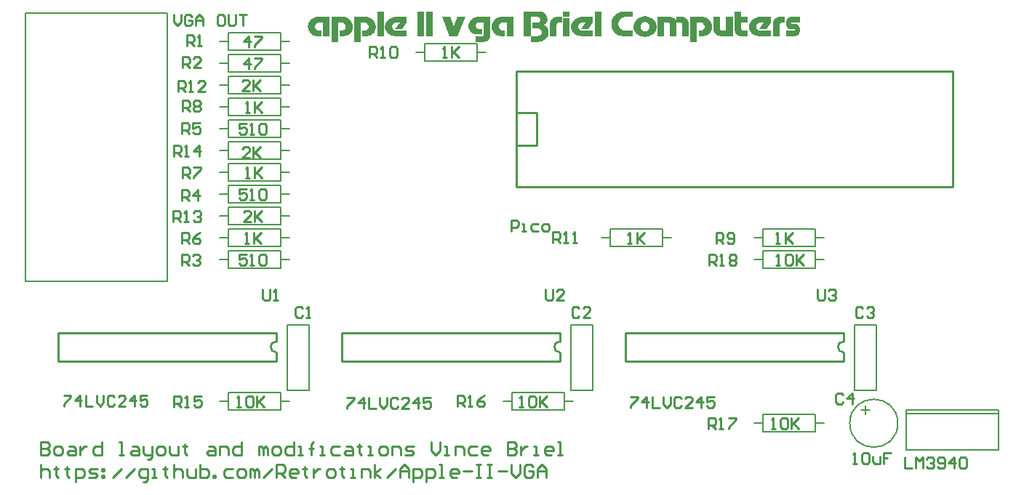
<source format=gto>
%FSLAX23Y23*%
%MOIN*%
G70*
G01*
G75*
G04 Layer_Color=65535*
%ADD10R,0.050X0.300*%
%ADD11C,0.008*%
%ADD12C,0.015*%
%ADD13C,0.030*%
%ADD14C,0.065*%
G04:AMPARAMS|DCode=15|XSize=450mil|YSize=400mil|CornerRadius=20mil|HoleSize=0mil|Usage=FLASHONLY|Rotation=0.000|XOffset=0mil|YOffset=0mil|HoleType=Round|Shape=RoundedRectangle|*
%AMROUNDEDRECTD15*
21,1,0.450,0.360,0,0,0.0*
21,1,0.410,0.400,0,0,0.0*
1,1,0.040,0.205,-0.180*
1,1,0.040,-0.205,-0.180*
1,1,0.040,-0.205,0.180*
1,1,0.040,0.205,0.180*
%
%ADD15ROUNDEDRECTD15*%
%ADD16R,0.063X0.063*%
%ADD17C,0.063*%
%ADD18C,0.059*%
%ADD19R,0.059X0.059*%
%ADD20C,0.066*%
%ADD21C,0.188*%
%ADD22R,0.065X0.065*%
%ADD23O,0.050X0.100*%
%ADD24R,0.050X0.100*%
%ADD25C,0.032*%
%ADD26C,0.050*%
%ADD27C,0.008*%
%ADD28C,0.010*%
G36*
X4328Y3375D02*
X4298D01*
Y3489D01*
X4328D01*
Y3375D01*
D02*
G37*
G36*
X4143D02*
X4113D01*
Y3489D01*
X4143D01*
Y3375D01*
D02*
G37*
G36*
X4066Y3463D02*
X4067D01*
X4069Y3463D01*
X4070Y3463D01*
X4073Y3462D01*
X4075Y3462D01*
X4077Y3461D01*
X4079Y3460D01*
X4082Y3459D01*
X4084Y3458D01*
X4087Y3456D01*
X4089Y3454D01*
X4092Y3452D01*
X4094Y3450D01*
X4094Y3450D01*
X4095Y3449D01*
X4095Y3449D01*
X4096Y3448D01*
X4097Y3447D01*
X4098Y3445D01*
X4099Y3443D01*
X4100Y3441D01*
X4101Y3439D01*
X4102Y3437D01*
X4104Y3434D01*
X4105Y3431D01*
X4105Y3428D01*
X4106Y3425D01*
X4106Y3422D01*
X4106Y3418D01*
Y3418D01*
Y3418D01*
X4106Y3417D01*
Y3415D01*
X4106Y3414D01*
X4106Y3412D01*
X4105Y3410D01*
X4105Y3408D01*
X4104Y3405D01*
X4103Y3403D01*
X4102Y3400D01*
X4101Y3398D01*
X4100Y3395D01*
X4098Y3392D01*
X4096Y3390D01*
X4094Y3387D01*
X4094Y3387D01*
X4093Y3387D01*
X4093Y3386D01*
X4092Y3386D01*
X4091Y3385D01*
X4089Y3383D01*
X4087Y3382D01*
X4086Y3381D01*
X4083Y3380D01*
X4081Y3379D01*
X4079Y3378D01*
X4076Y3377D01*
X4073Y3376D01*
X4070Y3376D01*
X4067Y3375D01*
X4064Y3375D01*
X4045D01*
Y3401D01*
X4054D01*
X4055Y3401D01*
X4056Y3401D01*
X4058Y3401D01*
X4060Y3402D01*
X4063Y3403D01*
X4065Y3404D01*
X4068Y3406D01*
X4068Y3406D01*
X4068Y3406D01*
X4069Y3407D01*
X4070Y3409D01*
X4072Y3411D01*
X4073Y3413D01*
X4073Y3415D01*
X4073Y3418D01*
Y3418D01*
Y3418D01*
Y3419D01*
X4073Y3419D01*
X4073Y3421D01*
X4073Y3423D01*
X4072Y3425D01*
X4071Y3427D01*
X4070Y3429D01*
X4068Y3431D01*
X4068Y3432D01*
X4067Y3432D01*
X4066Y3433D01*
X4064Y3435D01*
X4062Y3436D01*
X4059Y3437D01*
X4056Y3437D01*
X4053Y3437D01*
X4038D01*
Y3349D01*
X4008D01*
Y3463D01*
X4065D01*
X4066Y3463D01*
D02*
G37*
G36*
X4960Y3437D02*
X4948D01*
X4946Y3437D01*
X4945Y3437D01*
X4944Y3436D01*
X4942Y3436D01*
X4940Y3435D01*
X4939Y3433D01*
X4938Y3433D01*
X4938Y3432D01*
X4937Y3432D01*
X4937Y3430D01*
X4936Y3429D01*
X4935Y3427D01*
X4935Y3425D01*
X4935Y3423D01*
Y3375D01*
X4905D01*
Y3430D01*
Y3430D01*
Y3431D01*
Y3432D01*
X4905Y3433D01*
X4905Y3434D01*
X4905Y3435D01*
X4905Y3437D01*
X4906Y3438D01*
X4907Y3442D01*
X4907Y3444D01*
X4908Y3446D01*
X4909Y3448D01*
X4910Y3450D01*
X4912Y3452D01*
X4913Y3454D01*
X4913Y3454D01*
X4914Y3454D01*
X4914Y3455D01*
X4915Y3455D01*
X4916Y3456D01*
X4917Y3457D01*
X4918Y3457D01*
X4919Y3459D01*
X4922Y3460D01*
X4926Y3462D01*
X4928Y3462D01*
X4930Y3463D01*
X4932Y3463D01*
X4935Y3463D01*
X4960D01*
Y3437D01*
D02*
G37*
G36*
X4736Y3375D02*
X4706D01*
Y3437D01*
X4688D01*
X4686Y3437D01*
X4684Y3437D01*
X4682Y3436D01*
X4680Y3435D01*
X4678Y3434D01*
X4676Y3432D01*
X4675Y3432D01*
X4675Y3432D01*
X4674Y3430D01*
X4673Y3429D01*
X4672Y3427D01*
X4671Y3425D01*
X4671Y3422D01*
X4670Y3419D01*
Y3419D01*
Y3419D01*
Y3419D01*
X4670Y3418D01*
X4671Y3416D01*
X4671Y3415D01*
X4672Y3413D01*
X4673Y3410D01*
X4674Y3408D01*
X4676Y3406D01*
X4676Y3406D01*
X4677Y3405D01*
X4678Y3404D01*
X4680Y3403D01*
X4682Y3402D01*
X4684Y3402D01*
X4687Y3401D01*
X4690Y3401D01*
X4699D01*
Y3375D01*
X4680D01*
X4679Y3375D01*
X4678D01*
X4676Y3375D01*
X4674Y3376D01*
X4672Y3376D01*
X4670Y3377D01*
X4668Y3377D01*
X4666Y3378D01*
X4663Y3379D01*
X4661Y3381D01*
X4658Y3382D01*
X4655Y3384D01*
X4653Y3386D01*
X4650Y3389D01*
X4650Y3389D01*
X4650Y3389D01*
X4649Y3390D01*
X4648Y3391D01*
X4647Y3392D01*
X4646Y3394D01*
X4645Y3396D01*
X4644Y3398D01*
X4643Y3400D01*
X4642Y3402D01*
X4640Y3405D01*
X4639Y3407D01*
X4639Y3410D01*
X4638Y3413D01*
X4638Y3416D01*
X4637Y3420D01*
Y3420D01*
Y3420D01*
X4638Y3421D01*
Y3423D01*
X4638Y3424D01*
X4638Y3426D01*
X4638Y3428D01*
X4639Y3430D01*
X4640Y3432D01*
X4640Y3435D01*
X4641Y3437D01*
X4643Y3440D01*
X4644Y3442D01*
X4646Y3445D01*
X4647Y3448D01*
X4650Y3450D01*
X4650Y3450D01*
X4650Y3451D01*
X4651Y3451D01*
X4652Y3452D01*
X4653Y3453D01*
X4655Y3454D01*
X4656Y3455D01*
X4658Y3457D01*
X4660Y3458D01*
X4663Y3459D01*
X4665Y3460D01*
X4668Y3461D01*
X4671Y3462D01*
X4674Y3463D01*
X4677Y3463D01*
X4680Y3463D01*
X4736D01*
Y3375D01*
D02*
G37*
G36*
X4366D02*
X4336D01*
Y3489D01*
X4366D01*
Y3375D01*
D02*
G37*
G36*
X3961Y3463D02*
X3963D01*
X3964Y3463D01*
X3966Y3463D01*
X3968Y3462D01*
X3970Y3462D01*
X3972Y3461D01*
X3974Y3460D01*
X3977Y3459D01*
X3979Y3458D01*
X3982Y3456D01*
X3984Y3454D01*
X3987Y3452D01*
X3989Y3450D01*
X3989Y3450D01*
X3990Y3449D01*
X3990Y3449D01*
X3991Y3448D01*
X3992Y3447D01*
X3993Y3445D01*
X3994Y3443D01*
X3995Y3441D01*
X3997Y3439D01*
X3998Y3437D01*
X3999Y3434D01*
X4000Y3431D01*
X4000Y3428D01*
X4001Y3425D01*
X4001Y3422D01*
X4002Y3418D01*
Y3418D01*
Y3418D01*
X4001Y3417D01*
Y3415D01*
X4001Y3414D01*
X4001Y3412D01*
X4001Y3410D01*
X4000Y3408D01*
X3999Y3405D01*
X3999Y3403D01*
X3998Y3400D01*
X3996Y3398D01*
X3995Y3395D01*
X3993Y3392D01*
X3991Y3390D01*
X3989Y3387D01*
X3989Y3387D01*
X3989Y3387D01*
X3988Y3386D01*
X3987Y3386D01*
X3986Y3385D01*
X3984Y3383D01*
X3983Y3382D01*
X3981Y3381D01*
X3979Y3380D01*
X3976Y3379D01*
X3974Y3378D01*
X3971Y3377D01*
X3968Y3376D01*
X3965Y3376D01*
X3962Y3375D01*
X3959Y3375D01*
X3940D01*
Y3401D01*
X3949D01*
X3950Y3401D01*
X3951Y3401D01*
X3953Y3401D01*
X3956Y3402D01*
X3958Y3403D01*
X3960Y3404D01*
X3963Y3406D01*
X3963Y3406D01*
X3964Y3406D01*
X3965Y3407D01*
X3966Y3409D01*
X3967Y3411D01*
X3968Y3413D01*
X3968Y3415D01*
X3969Y3418D01*
Y3418D01*
Y3418D01*
Y3419D01*
X3968Y3419D01*
X3968Y3421D01*
X3968Y3423D01*
X3967Y3425D01*
X3966Y3427D01*
X3965Y3429D01*
X3963Y3431D01*
X3963Y3432D01*
X3962Y3432D01*
X3961Y3433D01*
X3959Y3435D01*
X3957Y3436D01*
X3954Y3437D01*
X3951Y3437D01*
X3948Y3437D01*
X3933D01*
Y3349D01*
X3903D01*
Y3463D01*
X3960D01*
X3961Y3463D01*
D02*
G37*
G36*
X5343Y3466D02*
X5344D01*
X5346Y3466D01*
X5348Y3466D01*
X5351Y3465D01*
X5353Y3465D01*
X5356Y3464D01*
X5359Y3463D01*
X5362Y3462D01*
X5365Y3461D01*
X5368Y3459D01*
X5371Y3457D01*
X5374Y3456D01*
X5377Y3453D01*
X5377Y3453D01*
X5378Y3453D01*
X5379Y3452D01*
X5380Y3451D01*
X5381Y3449D01*
X5382Y3448D01*
X5384Y3446D01*
X5386Y3444D01*
X5387Y3441D01*
X5389Y3439D01*
X5390Y3436D01*
X5391Y3433D01*
X5392Y3430D01*
X5393Y3426D01*
X5394Y3423D01*
X5394Y3419D01*
Y3419D01*
Y3418D01*
X5394Y3417D01*
X5394Y3416D01*
X5393Y3414D01*
X5393Y3412D01*
X5393Y3410D01*
X5392Y3407D01*
X5391Y3404D01*
X5390Y3402D01*
X5389Y3399D01*
X5387Y3396D01*
X5385Y3393D01*
X5383Y3390D01*
X5380Y3387D01*
X5377Y3385D01*
X5377Y3385D01*
X5377Y3384D01*
X5376Y3384D01*
X5375Y3383D01*
X5373Y3382D01*
X5372Y3381D01*
X5369Y3380D01*
X5367Y3378D01*
X5365Y3377D01*
X5362Y3376D01*
X5359Y3375D01*
X5356Y3374D01*
X5352Y3373D01*
X5348Y3373D01*
X5345Y3372D01*
X5341Y3372D01*
X5340D01*
X5339Y3372D01*
X5337D01*
X5335Y3372D01*
X5333Y3373D01*
X5331Y3373D01*
X5328Y3374D01*
X5325Y3374D01*
X5322Y3375D01*
X5319Y3376D01*
X5316Y3377D01*
X5313Y3379D01*
X5310Y3381D01*
X5307Y3383D01*
X5304Y3385D01*
X5304Y3385D01*
X5303Y3385D01*
X5302Y3386D01*
X5301Y3387D01*
X5300Y3389D01*
X5299Y3390D01*
X5297Y3392D01*
X5296Y3394D01*
X5294Y3396D01*
X5293Y3399D01*
X5291Y3402D01*
X5290Y3405D01*
X5289Y3408D01*
X5288Y3412D01*
X5288Y3415D01*
X5288Y3419D01*
Y3419D01*
Y3420D01*
X5288Y3421D01*
X5288Y3422D01*
X5288Y3424D01*
X5288Y3426D01*
X5289Y3428D01*
X5290Y3431D01*
X5291Y3433D01*
X5292Y3436D01*
X5293Y3439D01*
X5295Y3442D01*
X5296Y3445D01*
X5299Y3448D01*
X5301Y3451D01*
X5304Y3453D01*
X5304Y3453D01*
X5305Y3454D01*
X5306Y3454D01*
X5307Y3455D01*
X5308Y3456D01*
X5310Y3457D01*
X5312Y3459D01*
X5315Y3460D01*
X5317Y3461D01*
X5320Y3462D01*
X5323Y3463D01*
X5326Y3464D01*
X5330Y3465D01*
X5333Y3466D01*
X5337Y3466D01*
X5341Y3466D01*
X5342D01*
X5343Y3466D01*
D02*
G37*
G36*
X4860Y3489D02*
X4861Y3489D01*
X4863Y3488D01*
X4864Y3488D01*
X4866Y3488D01*
X4868Y3487D01*
X4870Y3487D01*
X4872Y3486D01*
X4874Y3485D01*
X4876Y3484D01*
X4879Y3482D01*
X4881Y3481D01*
X4883Y3479D01*
X4883Y3479D01*
X4883Y3478D01*
X4884Y3478D01*
X4884Y3477D01*
X4885Y3476D01*
X4886Y3475D01*
X4887Y3473D01*
X4888Y3472D01*
X4889Y3470D01*
X4890Y3468D01*
X4891Y3466D01*
X4892Y3464D01*
X4892Y3462D01*
X4893Y3459D01*
X4893Y3457D01*
X4893Y3454D01*
Y3454D01*
Y3454D01*
Y3453D01*
Y3453D01*
X4893Y3451D01*
X4893Y3449D01*
X4893Y3447D01*
X4892Y3444D01*
X4891Y3441D01*
X4890Y3439D01*
Y3439D01*
X4889Y3438D01*
X4889Y3437D01*
X4888Y3436D01*
X4886Y3434D01*
X4885Y3432D01*
X4882Y3431D01*
X4880Y3428D01*
X4876Y3427D01*
X4877D01*
X4877Y3426D01*
X4877Y3426D01*
X4878Y3426D01*
X4879Y3425D01*
X4880Y3425D01*
X4883Y3423D01*
X4886Y3422D01*
X4888Y3419D01*
X4891Y3416D01*
X4893Y3415D01*
X4894Y3413D01*
Y3413D01*
X4894Y3412D01*
X4894Y3412D01*
X4895Y3411D01*
X4895Y3410D01*
X4896Y3409D01*
X4896Y3408D01*
X4897Y3407D01*
X4898Y3404D01*
X4898Y3400D01*
X4899Y3396D01*
X4899Y3392D01*
Y3392D01*
Y3392D01*
X4899Y3391D01*
X4899Y3390D01*
X4899Y3388D01*
X4899Y3387D01*
X4898Y3385D01*
X4898Y3382D01*
X4897Y3380D01*
X4896Y3378D01*
X4895Y3375D01*
X4893Y3373D01*
X4891Y3370D01*
X4889Y3368D01*
X4887Y3365D01*
X4885Y3363D01*
X4884Y3362D01*
X4884Y3362D01*
X4883Y3361D01*
X4882Y3360D01*
X4881Y3359D01*
X4879Y3358D01*
X4877Y3357D01*
X4875Y3356D01*
X4873Y3355D01*
X4870Y3354D01*
X4868Y3352D01*
X4865Y3351D01*
X4862Y3351D01*
X4859Y3350D01*
X4855Y3350D01*
X4852Y3349D01*
X4816D01*
Y3375D01*
X4785D01*
Y3489D01*
X4859D01*
X4860Y3489D01*
D02*
G37*
G36*
X4631Y3383D02*
Y3382D01*
Y3382D01*
Y3381D01*
X4631Y3380D01*
Y3379D01*
X4631Y3378D01*
X4631Y3376D01*
X4630Y3374D01*
X4630Y3370D01*
X4628Y3366D01*
X4627Y3363D01*
X4625Y3361D01*
X4624Y3359D01*
X4624Y3359D01*
X4624Y3359D01*
X4623Y3358D01*
X4623Y3358D01*
X4622Y3357D01*
X4621Y3356D01*
X4620Y3355D01*
X4619Y3354D01*
X4617Y3353D01*
X4616Y3352D01*
X4614Y3352D01*
X4612Y3351D01*
X4610Y3350D01*
X4608Y3350D01*
X4605Y3350D01*
X4603Y3349D01*
X4564D01*
Y3375D01*
X4595D01*
X4595Y3375D01*
X4596Y3375D01*
X4597Y3376D01*
X4598Y3376D01*
X4599Y3377D01*
X4599Y3377D01*
X4599Y3378D01*
X4599Y3378D01*
X4600Y3379D01*
X4600Y3379D01*
X4601Y3380D01*
X4601Y3381D01*
X4601Y3383D01*
Y3437D01*
X4577D01*
X4576Y3437D01*
X4575Y3437D01*
X4573Y3436D01*
X4571Y3436D01*
X4570Y3435D01*
X4568Y3433D01*
X4568Y3433D01*
X4568Y3432D01*
X4567Y3432D01*
X4566Y3430D01*
X4566Y3429D01*
X4565Y3427D01*
X4564Y3425D01*
X4564Y3423D01*
Y3422D01*
Y3422D01*
X4564Y3421D01*
X4565Y3419D01*
X4565Y3418D01*
X4566Y3416D01*
X4567Y3414D01*
X4568Y3412D01*
X4568Y3412D01*
X4569Y3412D01*
X4570Y3411D01*
X4571Y3410D01*
X4573Y3410D01*
X4574Y3409D01*
X4576Y3408D01*
X4578Y3408D01*
X4594D01*
Y3383D01*
X4571D01*
X4571Y3383D01*
X4569D01*
X4568Y3383D01*
X4566Y3383D01*
X4564Y3383D01*
X4562Y3384D01*
X4560Y3385D01*
X4558Y3385D01*
X4555Y3386D01*
X4553Y3387D01*
X4550Y3389D01*
X4548Y3390D01*
X4545Y3392D01*
X4543Y3394D01*
X4543Y3394D01*
X4543Y3394D01*
X4542Y3395D01*
X4541Y3396D01*
X4540Y3397D01*
X4539Y3398D01*
X4538Y3400D01*
X4537Y3402D01*
X4536Y3404D01*
X4535Y3406D01*
X4534Y3408D01*
X4533Y3411D01*
X4532Y3413D01*
X4532Y3416D01*
X4532Y3419D01*
X4531Y3422D01*
Y3422D01*
Y3423D01*
X4532Y3424D01*
Y3425D01*
X4532Y3426D01*
X4532Y3428D01*
X4532Y3430D01*
X4533Y3432D01*
X4534Y3434D01*
X4534Y3437D01*
X4535Y3439D01*
X4537Y3441D01*
X4538Y3444D01*
X4540Y3446D01*
X4541Y3449D01*
X4544Y3451D01*
X4544Y3451D01*
X4544Y3452D01*
X4545Y3452D01*
X4546Y3453D01*
X4547Y3454D01*
X4549Y3455D01*
X4550Y3456D01*
X4552Y3457D01*
X4554Y3458D01*
X4556Y3459D01*
X4559Y3460D01*
X4561Y3461D01*
X4564Y3462D01*
X4567Y3463D01*
X4570Y3463D01*
X4573Y3463D01*
X4631D01*
Y3383D01*
D02*
G37*
G36*
X3893Y3375D02*
X3863D01*
Y3437D01*
X3846D01*
X3844Y3437D01*
X3842Y3437D01*
X3840Y3436D01*
X3838Y3435D01*
X3835Y3434D01*
X3833Y3432D01*
X3833Y3432D01*
X3832Y3432D01*
X3832Y3430D01*
X3831Y3429D01*
X3830Y3427D01*
X3829Y3425D01*
X3828Y3422D01*
X3828Y3419D01*
Y3419D01*
Y3419D01*
Y3419D01*
X3828Y3418D01*
X3828Y3416D01*
X3829Y3415D01*
X3829Y3413D01*
X3830Y3410D01*
X3832Y3408D01*
X3833Y3406D01*
X3834Y3406D01*
X3834Y3405D01*
X3836Y3404D01*
X3837Y3403D01*
X3839Y3402D01*
X3842Y3402D01*
X3844Y3401D01*
X3847Y3401D01*
X3857D01*
Y3375D01*
X3837D01*
X3836Y3375D01*
X3835D01*
X3834Y3375D01*
X3832Y3376D01*
X3830Y3376D01*
X3828Y3377D01*
X3826Y3377D01*
X3823Y3378D01*
X3821Y3379D01*
X3818Y3381D01*
X3816Y3382D01*
X3813Y3384D01*
X3811Y3386D01*
X3808Y3389D01*
X3808Y3389D01*
X3807Y3389D01*
X3807Y3390D01*
X3806Y3391D01*
X3805Y3392D01*
X3804Y3394D01*
X3803Y3396D01*
X3802Y3398D01*
X3800Y3400D01*
X3799Y3402D01*
X3798Y3405D01*
X3797Y3407D01*
X3796Y3410D01*
X3796Y3413D01*
X3795Y3416D01*
X3795Y3420D01*
Y3420D01*
Y3420D01*
X3795Y3421D01*
Y3423D01*
X3795Y3424D01*
X3796Y3426D01*
X3796Y3428D01*
X3796Y3430D01*
X3797Y3432D01*
X3798Y3435D01*
X3799Y3437D01*
X3800Y3440D01*
X3802Y3442D01*
X3803Y3445D01*
X3805Y3448D01*
X3807Y3450D01*
X3807Y3450D01*
X3808Y3451D01*
X3809Y3451D01*
X3810Y3452D01*
X3811Y3453D01*
X3812Y3454D01*
X3814Y3455D01*
X3816Y3457D01*
X3818Y3458D01*
X3820Y3459D01*
X3823Y3460D01*
X3825Y3461D01*
X3828Y3462D01*
X3831Y3463D01*
X3835Y3463D01*
X3838Y3463D01*
X3893D01*
Y3375D01*
D02*
G37*
G36*
X4463Y3422D02*
X4482Y3463D01*
X4519D01*
X4480Y3375D01*
X4444D01*
X4411Y3463D01*
X4447D01*
X4463Y3422D01*
D02*
G37*
G36*
X6050Y3438D02*
X6025Y3438D01*
X6016D01*
X6015Y3437D01*
X6015D01*
X6014Y3437D01*
X6013Y3437D01*
X6012Y3437D01*
X6012Y3436D01*
X6012Y3436D01*
Y3436D01*
X6011Y3435D01*
X6012Y3434D01*
X6012Y3433D01*
X6012Y3433D01*
X6012Y3432D01*
X6013Y3432D01*
X6013Y3432D01*
X6014Y3432D01*
X6014Y3432D01*
X6015D01*
X6015Y3432D01*
X6016D01*
X6016Y3431D01*
X6018D01*
X6019Y3431D01*
X6022D01*
X6024Y3431D01*
X6031D01*
X6031Y3431D01*
X6032Y3431D01*
X6034Y3430D01*
X6036Y3430D01*
X6038Y3429D01*
X6040Y3428D01*
X6042Y3427D01*
X6044Y3425D01*
X6044Y3425D01*
X6045Y3424D01*
X6045Y3423D01*
X6046Y3422D01*
X6047Y3420D01*
X6048Y3418D01*
X6049Y3416D01*
X6050Y3413D01*
Y3413D01*
X6050Y3412D01*
X6050Y3412D01*
X6050Y3410D01*
Y3409D01*
X6050Y3408D01*
X6050Y3405D01*
Y3404D01*
Y3404D01*
Y3404D01*
Y3403D01*
Y3402D01*
X6050Y3400D01*
Y3399D01*
X6050Y3399D01*
X6050Y3397D01*
X6050Y3396D01*
X6049Y3394D01*
X6049Y3392D01*
X6048Y3390D01*
X6048Y3388D01*
Y3388D01*
X6047Y3388D01*
X6047Y3387D01*
X6047Y3386D01*
X6046Y3384D01*
X6045Y3383D01*
X6044Y3382D01*
X6042Y3380D01*
X6042Y3380D01*
X6041Y3380D01*
X6040Y3379D01*
X6039Y3378D01*
X6036Y3377D01*
X6035Y3377D01*
X6034Y3376D01*
X6032Y3376D01*
X6030Y3375D01*
X6028Y3375D01*
X6026Y3374D01*
X5989D01*
Y3401D01*
X6024D01*
X6025Y3401D01*
X6026Y3402D01*
X6027Y3402D01*
X6027Y3402D01*
X6028Y3403D01*
Y3403D01*
Y3403D01*
X6028Y3404D01*
X6028Y3405D01*
X6027Y3406D01*
X6027Y3406D01*
X6027Y3406D01*
X6026Y3406D01*
X6025Y3407D01*
X6023Y3407D01*
X6022Y3407D01*
X6016D01*
X6015Y3407D01*
X6013D01*
X6011Y3407D01*
X6009Y3407D01*
X6005Y3408D01*
X6003Y3408D01*
X6001Y3409D01*
X6000Y3409D01*
X5998Y3410D01*
X5997Y3410D01*
X5996Y3411D01*
X5996Y3411D01*
X5995Y3412D01*
X5994Y3413D01*
X5994Y3414D01*
X5993Y3415D01*
X5992Y3417D01*
X5991Y3418D01*
X5990Y3420D01*
Y3420D01*
X5990Y3421D01*
X5990Y3422D01*
X5989Y3423D01*
X5989Y3425D01*
X5989Y3427D01*
X5989Y3429D01*
X5988Y3432D01*
Y3432D01*
Y3432D01*
X5988Y3433D01*
Y3434D01*
Y3434D01*
Y3435D01*
X5988Y3437D01*
Y3439D01*
X5989Y3441D01*
X5989Y3445D01*
Y3445D01*
X5989Y3446D01*
X5989Y3447D01*
X5990Y3448D01*
X5990Y3450D01*
X5991Y3451D01*
X5992Y3453D01*
X5993Y3454D01*
X5993Y3455D01*
X5993Y3455D01*
X5994Y3456D01*
X5995Y3457D01*
X5996Y3458D01*
X5997Y3459D01*
X5998Y3460D01*
X6000Y3461D01*
X6000Y3461D01*
X6001Y3461D01*
X6002Y3462D01*
X6003Y3462D01*
X6005Y3463D01*
X6006Y3463D01*
X6008Y3463D01*
X6009Y3463D01*
X6011Y3464D01*
X6013Y3464D01*
X6015Y3464D01*
X6050D01*
Y3438D01*
D02*
G37*
G36*
X5102Y3437D02*
X5082Y3408D01*
X5047D01*
X5069Y3437D01*
X5052D01*
X5050Y3437D01*
X5048Y3437D01*
X5046Y3436D01*
X5044Y3435D01*
X5041Y3434D01*
X5039Y3432D01*
X5039Y3432D01*
X5038Y3432D01*
X5038Y3431D01*
X5037Y3429D01*
X5036Y3427D01*
X5035Y3425D01*
X5034Y3423D01*
X5034Y3420D01*
Y3420D01*
Y3419D01*
Y3419D01*
X5034Y3418D01*
X5034Y3417D01*
X5035Y3415D01*
X5035Y3413D01*
X5036Y3411D01*
X5038Y3408D01*
X5040Y3406D01*
X5040Y3406D01*
X5041Y3405D01*
X5042Y3404D01*
X5043Y3403D01*
X5045Y3402D01*
X5048Y3402D01*
X5050Y3401D01*
X5053Y3401D01*
X5102D01*
Y3375D01*
X5050D01*
X5049Y3375D01*
X5047D01*
X5046Y3375D01*
X5044Y3376D01*
X5041Y3376D01*
X5039Y3376D01*
X5036Y3377D01*
X5033Y3378D01*
X5031Y3379D01*
X5028Y3380D01*
X5025Y3381D01*
X5022Y3383D01*
X5019Y3385D01*
X5016Y3387D01*
X5016Y3387D01*
X5016Y3387D01*
X5015Y3388D01*
X5014Y3389D01*
X5013Y3390D01*
X5011Y3392D01*
X5010Y3394D01*
X5009Y3396D01*
X5007Y3398D01*
X5006Y3400D01*
X5005Y3403D01*
X5003Y3406D01*
X5002Y3409D01*
X5002Y3412D01*
X5001Y3416D01*
X5001Y3419D01*
Y3420D01*
Y3420D01*
X5001Y3421D01*
X5001Y3422D01*
X5002Y3424D01*
X5002Y3426D01*
X5002Y3428D01*
X5003Y3430D01*
X5004Y3432D01*
X5005Y3434D01*
X5006Y3437D01*
X5007Y3440D01*
X5009Y3442D01*
X5011Y3445D01*
X5013Y3447D01*
X5016Y3450D01*
X5016Y3450D01*
X5017Y3451D01*
X5017Y3451D01*
X5019Y3452D01*
X5020Y3453D01*
X5022Y3454D01*
X5024Y3455D01*
X5026Y3457D01*
X5028Y3458D01*
X5031Y3459D01*
X5034Y3460D01*
X5037Y3461D01*
X5040Y3462D01*
X5044Y3463D01*
X5047Y3463D01*
X5051Y3463D01*
X5102D01*
Y3437D01*
D02*
G37*
G36*
X4249D02*
X4229Y3408D01*
X4195D01*
X4216Y3437D01*
X4199D01*
X4198Y3437D01*
X4196Y3437D01*
X4194Y3436D01*
X4191Y3435D01*
X4189Y3434D01*
X4187Y3432D01*
X4187Y3432D01*
X4186Y3432D01*
X4185Y3431D01*
X4184Y3429D01*
X4183Y3427D01*
X4183Y3425D01*
X4182Y3423D01*
X4182Y3420D01*
Y3420D01*
Y3419D01*
Y3419D01*
X4182Y3418D01*
X4182Y3417D01*
X4182Y3415D01*
X4183Y3413D01*
X4184Y3411D01*
X4185Y3408D01*
X4187Y3406D01*
X4188Y3406D01*
X4188Y3405D01*
X4190Y3404D01*
X4191Y3403D01*
X4193Y3402D01*
X4195Y3402D01*
X4198Y3401D01*
X4201Y3401D01*
X4249D01*
Y3375D01*
X4198D01*
X4196Y3375D01*
X4195D01*
X4193Y3375D01*
X4191Y3376D01*
X4189Y3376D01*
X4187Y3376D01*
X4184Y3377D01*
X4181Y3378D01*
X4178Y3379D01*
X4175Y3380D01*
X4172Y3381D01*
X4170Y3383D01*
X4167Y3385D01*
X4164Y3387D01*
X4164Y3387D01*
X4163Y3387D01*
X4163Y3388D01*
X4162Y3389D01*
X4160Y3390D01*
X4159Y3392D01*
X4158Y3394D01*
X4156Y3396D01*
X4155Y3398D01*
X4154Y3400D01*
X4152Y3403D01*
X4151Y3406D01*
X4150Y3409D01*
X4149Y3412D01*
X4149Y3416D01*
X4149Y3419D01*
Y3420D01*
Y3420D01*
X4149Y3421D01*
X4149Y3422D01*
X4149Y3424D01*
X4150Y3426D01*
X4150Y3428D01*
X4151Y3430D01*
X4151Y3432D01*
X4152Y3434D01*
X4154Y3437D01*
X4155Y3440D01*
X4157Y3442D01*
X4159Y3445D01*
X4161Y3447D01*
X4164Y3450D01*
X4164Y3450D01*
X4164Y3451D01*
X4165Y3451D01*
X4166Y3452D01*
X4168Y3453D01*
X4169Y3454D01*
X4171Y3455D01*
X4174Y3457D01*
X4176Y3458D01*
X4179Y3459D01*
X4182Y3460D01*
X4185Y3461D01*
X4188Y3462D01*
X4191Y3463D01*
X4195Y3463D01*
X4199Y3463D01*
X4249D01*
Y3437D01*
D02*
G37*
G36*
X5743Y3375D02*
X5688D01*
X5687Y3375D01*
X5685Y3375D01*
X5684Y3376D01*
X5682Y3376D01*
X5680Y3376D01*
X5676Y3377D01*
X5674Y3378D01*
X5672Y3379D01*
X5670Y3380D01*
X5668Y3382D01*
X5666Y3383D01*
X5664Y3385D01*
X5664Y3385D01*
X5664Y3385D01*
X5663Y3386D01*
X5662Y3387D01*
X5662Y3387D01*
X5661Y3389D01*
X5660Y3390D01*
X5659Y3391D01*
X5658Y3393D01*
X5657Y3395D01*
X5656Y3397D01*
X5655Y3399D01*
X5655Y3401D01*
X5654Y3404D01*
X5654Y3406D01*
X5654Y3409D01*
Y3463D01*
X5684D01*
Y3415D01*
Y3414D01*
Y3414D01*
X5684Y3412D01*
X5684Y3411D01*
X5684Y3410D01*
X5684Y3408D01*
X5685Y3406D01*
X5686Y3405D01*
X5686Y3405D01*
X5686Y3404D01*
X5687Y3404D01*
X5688Y3403D01*
X5689Y3402D01*
X5691Y3402D01*
X5693Y3401D01*
X5696Y3401D01*
X5712D01*
Y3463D01*
X5743D01*
Y3375D01*
D02*
G37*
G36*
X4995Y3463D02*
X4965D01*
Y3489D01*
X4995D01*
Y3463D01*
D02*
G37*
G36*
X5513Y3463D02*
X5514Y3463D01*
X5515Y3463D01*
X5517Y3463D01*
X5518Y3462D01*
X5521Y3461D01*
X5523Y3460D01*
X5525Y3459D01*
X5527Y3458D01*
X5529Y3457D01*
X5530Y3455D01*
X5532Y3453D01*
X5532Y3453D01*
X5533Y3453D01*
X5533Y3452D01*
X5534Y3452D01*
X5534Y3451D01*
X5535Y3450D01*
X5536Y3449D01*
X5537Y3447D01*
X5539Y3444D01*
X5540Y3440D01*
X5541Y3438D01*
X5541Y3436D01*
X5541Y3434D01*
X5542Y3432D01*
Y3375D01*
X5511D01*
Y3428D01*
Y3428D01*
Y3428D01*
X5511Y3429D01*
X5511Y3431D01*
X5511Y3432D01*
X5510Y3433D01*
X5510Y3434D01*
X5509Y3435D01*
X5508Y3435D01*
X5508Y3436D01*
X5507Y3436D01*
X5506Y3436D01*
X5505Y3437D01*
X5504Y3437D01*
X5502Y3437D01*
X5500Y3437D01*
X5485D01*
Y3375D01*
X5455D01*
X5455Y3428D01*
Y3428D01*
Y3428D01*
Y3428D01*
X5455Y3429D01*
X5455Y3431D01*
X5454Y3433D01*
X5453Y3433D01*
X5452Y3434D01*
X5451Y3435D01*
X5450Y3436D01*
X5449Y3437D01*
X5448Y3437D01*
X5446Y3437D01*
X5444Y3437D01*
X5429D01*
Y3375D01*
X5399D01*
Y3463D01*
X5456D01*
X5457Y3463D01*
X5458D01*
X5459Y3463D01*
X5462Y3463D01*
X5465Y3462D01*
X5468Y3461D01*
X5471Y3459D01*
X5474Y3457D01*
X5474D01*
X5475Y3457D01*
X5476Y3456D01*
X5477Y3455D01*
X5479Y3453D01*
X5481Y3451D01*
X5482Y3448D01*
X5484Y3445D01*
X5485Y3441D01*
Y3463D01*
X5512D01*
X5513Y3463D01*
D02*
G37*
G36*
X5917Y3437D02*
X5897Y3408D01*
X5863D01*
X5884Y3437D01*
X5868D01*
X5866Y3437D01*
X5864Y3437D01*
X5862Y3436D01*
X5860Y3435D01*
X5857Y3434D01*
X5855Y3432D01*
X5855Y3432D01*
X5854Y3432D01*
X5853Y3431D01*
X5852Y3429D01*
X5851Y3427D01*
X5851Y3425D01*
X5850Y3423D01*
X5850Y3420D01*
Y3420D01*
Y3419D01*
Y3419D01*
X5850Y3418D01*
X5850Y3417D01*
X5850Y3415D01*
X5851Y3413D01*
X5852Y3411D01*
X5853Y3408D01*
X5855Y3406D01*
X5856Y3406D01*
X5856Y3405D01*
X5858Y3404D01*
X5859Y3403D01*
X5861Y3402D01*
X5864Y3402D01*
X5866Y3401D01*
X5869Y3401D01*
X5917D01*
Y3375D01*
X5866D01*
X5865Y3375D01*
X5863D01*
X5861Y3375D01*
X5859Y3376D01*
X5857Y3376D01*
X5855Y3376D01*
X5852Y3377D01*
X5849Y3378D01*
X5846Y3379D01*
X5843Y3380D01*
X5840Y3381D01*
X5838Y3383D01*
X5835Y3385D01*
X5832Y3387D01*
X5832Y3387D01*
X5831Y3387D01*
X5831Y3388D01*
X5830Y3389D01*
X5828Y3390D01*
X5827Y3392D01*
X5826Y3394D01*
X5824Y3396D01*
X5823Y3398D01*
X5822Y3400D01*
X5820Y3403D01*
X5819Y3406D01*
X5818Y3409D01*
X5817Y3412D01*
X5817Y3416D01*
X5817Y3419D01*
Y3420D01*
Y3420D01*
X5817Y3421D01*
X5817Y3422D01*
X5817Y3424D01*
X5818Y3426D01*
X5818Y3428D01*
X5819Y3430D01*
X5820Y3432D01*
X5820Y3434D01*
X5822Y3437D01*
X5823Y3440D01*
X5825Y3442D01*
X5827Y3445D01*
X5829Y3447D01*
X5832Y3450D01*
X5832Y3450D01*
X5832Y3451D01*
X5833Y3451D01*
X5834Y3452D01*
X5836Y3453D01*
X5837Y3454D01*
X5839Y3455D01*
X5842Y3457D01*
X5844Y3458D01*
X5847Y3459D01*
X5850Y3460D01*
X5853Y3461D01*
X5856Y3462D01*
X5859Y3463D01*
X5863Y3463D01*
X5867Y3463D01*
X5917D01*
Y3437D01*
D02*
G37*
G36*
X5982D02*
X5969D01*
X5968Y3437D01*
X5967Y3437D01*
X5965Y3436D01*
X5964Y3436D01*
X5962Y3435D01*
X5960Y3433D01*
X5960Y3433D01*
X5960Y3432D01*
X5959Y3432D01*
X5958Y3430D01*
X5958Y3429D01*
X5957Y3427D01*
X5957Y3425D01*
X5956Y3423D01*
Y3375D01*
X5926D01*
Y3430D01*
Y3430D01*
Y3431D01*
Y3432D01*
X5926Y3433D01*
X5927Y3434D01*
X5927Y3435D01*
X5927Y3437D01*
X5927Y3438D01*
X5928Y3442D01*
X5929Y3444D01*
X5930Y3446D01*
X5931Y3448D01*
X5932Y3450D01*
X5934Y3452D01*
X5935Y3454D01*
X5935Y3454D01*
X5935Y3454D01*
X5936Y3455D01*
X5937Y3455D01*
X5938Y3456D01*
X5938Y3457D01*
X5940Y3457D01*
X5941Y3459D01*
X5944Y3460D01*
X5948Y3462D01*
X5950Y3462D01*
X5952Y3463D01*
X5954Y3463D01*
X5956Y3463D01*
X5982D01*
Y3437D01*
D02*
G37*
G36*
X5283Y3463D02*
X5250D01*
X5249Y3463D01*
X5248Y3463D01*
X5246Y3463D01*
X5245Y3463D01*
X5243Y3462D01*
X5239Y3461D01*
X5237Y3460D01*
X5236Y3459D01*
X5234Y3458D01*
X5232Y3457D01*
X5230Y3456D01*
X5228Y3454D01*
X5228Y3454D01*
X5228Y3453D01*
X5227Y3453D01*
X5227Y3452D01*
X5226Y3451D01*
X5225Y3450D01*
X5224Y3449D01*
X5223Y3448D01*
X5222Y3445D01*
X5220Y3441D01*
X5220Y3439D01*
X5219Y3437D01*
X5219Y3435D01*
X5219Y3433D01*
Y3433D01*
Y3432D01*
Y3432D01*
X5219Y3431D01*
X5219Y3430D01*
X5219Y3428D01*
X5219Y3427D01*
X5220Y3425D01*
X5221Y3421D01*
X5222Y3419D01*
X5223Y3418D01*
X5224Y3416D01*
X5225Y3414D01*
X5226Y3412D01*
X5228Y3410D01*
X5228Y3410D01*
X5228Y3410D01*
X5229Y3409D01*
X5229Y3408D01*
X5230Y3408D01*
X5231Y3407D01*
X5233Y3406D01*
X5234Y3405D01*
X5236Y3404D01*
X5237Y3404D01*
X5239Y3403D01*
X5241Y3402D01*
X5244Y3402D01*
X5246Y3401D01*
X5248Y3401D01*
X5251Y3401D01*
X5283D01*
Y3375D01*
X5240D01*
X5239Y3375D01*
X5237Y3375D01*
X5235Y3375D01*
X5233Y3376D01*
X5230Y3376D01*
X5228Y3377D01*
X5224Y3378D01*
X5221Y3379D01*
X5218Y3380D01*
X5215Y3382D01*
X5211Y3384D01*
X5208Y3386D01*
X5205Y3389D01*
X5202Y3392D01*
X5201Y3392D01*
X5201Y3392D01*
X5200Y3394D01*
X5199Y3395D01*
X5198Y3396D01*
X5196Y3398D01*
X5195Y3401D01*
X5194Y3403D01*
X5192Y3406D01*
X5191Y3409D01*
X5189Y3413D01*
X5188Y3416D01*
X5187Y3420D01*
X5186Y3424D01*
X5186Y3429D01*
X5186Y3433D01*
Y3433D01*
Y3434D01*
X5186Y3435D01*
X5186Y3437D01*
X5186Y3439D01*
X5187Y3441D01*
X5187Y3444D01*
X5188Y3446D01*
X5189Y3449D01*
X5190Y3453D01*
X5191Y3456D01*
X5193Y3459D01*
X5195Y3463D01*
X5197Y3466D01*
X5200Y3469D01*
X5203Y3472D01*
X5203Y3472D01*
X5203Y3473D01*
X5204Y3474D01*
X5206Y3475D01*
X5207Y3476D01*
X5209Y3478D01*
X5211Y3479D01*
X5214Y3481D01*
X5217Y3482D01*
X5220Y3484D01*
X5223Y3485D01*
X5226Y3486D01*
X5230Y3488D01*
X5234Y3488D01*
X5238Y3489D01*
X5242Y3489D01*
X5283D01*
Y3463D01*
D02*
G37*
G36*
X5141Y3375D02*
X5111D01*
Y3489D01*
X5141D01*
Y3375D01*
D02*
G37*
G36*
X4995D02*
X4965D01*
Y3456D01*
X4995D01*
Y3375D01*
D02*
G37*
G36*
X5782Y3463D02*
X5812D01*
Y3437D01*
X5782D01*
Y3410D01*
Y3410D01*
Y3410D01*
Y3409D01*
X5782Y3409D01*
X5783Y3407D01*
X5783Y3406D01*
X5784Y3405D01*
X5784Y3404D01*
X5785Y3403D01*
X5786Y3402D01*
X5788Y3402D01*
X5789Y3401D01*
X5790Y3401D01*
X5792Y3401D01*
X5812D01*
Y3375D01*
X5781D01*
X5780Y3375D01*
X5779Y3375D01*
X5778Y3375D01*
X5775Y3376D01*
X5772Y3377D01*
X5769Y3378D01*
X5767Y3379D01*
X5765Y3380D01*
X5763Y3381D01*
X5762Y3383D01*
X5761Y3383D01*
X5761Y3383D01*
X5761Y3384D01*
X5760Y3384D01*
X5759Y3385D01*
X5759Y3386D01*
X5758Y3387D01*
X5757Y3388D01*
X5755Y3391D01*
X5753Y3395D01*
X5753Y3396D01*
X5752Y3398D01*
X5752Y3400D01*
X5752Y3403D01*
Y3489D01*
X5782D01*
Y3463D01*
D02*
G37*
G36*
X5607Y3463D02*
X5608D01*
X5610Y3463D01*
X5611Y3463D01*
X5614Y3462D01*
X5616Y3462D01*
X5618Y3461D01*
X5620Y3460D01*
X5623Y3459D01*
X5625Y3458D01*
X5628Y3456D01*
X5630Y3454D01*
X5633Y3452D01*
X5635Y3450D01*
X5635Y3450D01*
X5636Y3449D01*
X5636Y3449D01*
X5637Y3448D01*
X5638Y3447D01*
X5639Y3445D01*
X5640Y3443D01*
X5641Y3441D01*
X5642Y3439D01*
X5643Y3437D01*
X5645Y3434D01*
X5646Y3431D01*
X5646Y3428D01*
X5647Y3425D01*
X5647Y3422D01*
X5647Y3418D01*
Y3418D01*
Y3418D01*
X5647Y3417D01*
Y3415D01*
X5647Y3414D01*
X5647Y3412D01*
X5646Y3410D01*
X5646Y3408D01*
X5645Y3405D01*
X5644Y3403D01*
X5643Y3400D01*
X5642Y3398D01*
X5641Y3395D01*
X5639Y3392D01*
X5637Y3390D01*
X5635Y3387D01*
X5635Y3387D01*
X5634Y3387D01*
X5634Y3386D01*
X5633Y3386D01*
X5632Y3385D01*
X5630Y3383D01*
X5628Y3382D01*
X5627Y3381D01*
X5624Y3380D01*
X5622Y3379D01*
X5620Y3378D01*
X5617Y3377D01*
X5614Y3376D01*
X5611Y3376D01*
X5608Y3375D01*
X5605Y3375D01*
X5586D01*
Y3401D01*
X5595D01*
X5596Y3401D01*
X5597Y3401D01*
X5599Y3401D01*
X5601Y3402D01*
X5604Y3403D01*
X5606Y3404D01*
X5608Y3406D01*
X5609Y3406D01*
X5609Y3406D01*
X5610Y3407D01*
X5611Y3409D01*
X5612Y3411D01*
X5614Y3413D01*
X5614Y3415D01*
X5614Y3418D01*
Y3418D01*
Y3418D01*
Y3419D01*
X5614Y3419D01*
X5614Y3421D01*
X5614Y3423D01*
X5613Y3425D01*
X5612Y3427D01*
X5611Y3429D01*
X5609Y3431D01*
X5609Y3432D01*
X5608Y3432D01*
X5607Y3433D01*
X5605Y3435D01*
X5603Y3436D01*
X5600Y3437D01*
X5597Y3437D01*
X5594Y3437D01*
X5579D01*
Y3349D01*
X5549D01*
Y3463D01*
X5606D01*
X5607Y3463D01*
D02*
G37*
%LPC*%
G36*
X5341Y3440D02*
X5340D01*
X5340Y3440D01*
X5338Y3440D01*
X5336Y3440D01*
X5334Y3439D01*
X5331Y3438D01*
X5329Y3436D01*
X5326Y3434D01*
X5326Y3434D01*
X5325Y3433D01*
X5324Y3432D01*
X5323Y3430D01*
X5322Y3428D01*
X5321Y3425D01*
X5321Y3422D01*
X5320Y3419D01*
Y3419D01*
Y3419D01*
Y3418D01*
X5321Y3418D01*
X5321Y3416D01*
X5321Y3414D01*
X5322Y3411D01*
X5323Y3409D01*
X5324Y3406D01*
X5326Y3404D01*
X5327Y3403D01*
X5327Y3403D01*
X5329Y3402D01*
X5330Y3401D01*
X5332Y3400D01*
X5335Y3399D01*
X5338Y3398D01*
X5341Y3398D01*
X5342D01*
X5342Y3398D01*
X5344Y3398D01*
X5346Y3398D01*
X5348Y3399D01*
X5351Y3400D01*
X5353Y3402D01*
X5355Y3404D01*
X5356Y3404D01*
X5356Y3405D01*
X5357Y3406D01*
X5358Y3408D01*
X5359Y3410D01*
X5360Y3413D01*
X5361Y3416D01*
X5361Y3419D01*
Y3419D01*
Y3419D01*
Y3420D01*
X5361Y3420D01*
X5361Y3422D01*
X5360Y3424D01*
X5360Y3427D01*
X5358Y3429D01*
X5357Y3432D01*
X5355Y3434D01*
X5355Y3435D01*
X5354Y3435D01*
X5353Y3436D01*
X5351Y3437D01*
X5349Y3439D01*
X5347Y3439D01*
X5344Y3440D01*
X5341Y3440D01*
D02*
G37*
G36*
X4848Y3463D02*
X4816D01*
Y3375D01*
X4848D01*
X4849Y3375D01*
X4850Y3375D01*
X4852Y3376D01*
X4854Y3376D01*
X4857Y3377D01*
X4859Y3378D01*
X4861Y3380D01*
X4861Y3380D01*
X4862Y3381D01*
X4863Y3382D01*
X4864Y3383D01*
X4865Y3385D01*
X4866Y3387D01*
X4866Y3390D01*
X4867Y3393D01*
Y3393D01*
Y3393D01*
Y3394D01*
X4866Y3394D01*
X4866Y3396D01*
X4866Y3398D01*
X4865Y3400D01*
X4864Y3402D01*
X4863Y3404D01*
X4861Y3406D01*
X4861Y3407D01*
X4860Y3407D01*
X4859Y3408D01*
X4857Y3409D01*
X4855Y3410D01*
X4853Y3411D01*
X4850Y3411D01*
X4847Y3412D01*
X4823D01*
Y3437D01*
X4849D01*
X4850Y3438D01*
X4851Y3438D01*
X4852Y3438D01*
X4854Y3439D01*
X4856Y3440D01*
X4857Y3441D01*
X4857Y3441D01*
X4857Y3441D01*
X4858Y3442D01*
X4859Y3443D01*
X4859Y3445D01*
X4860Y3447D01*
X4860Y3448D01*
X4860Y3451D01*
Y3451D01*
Y3452D01*
X4860Y3453D01*
X4860Y3454D01*
X4860Y3455D01*
X4859Y3457D01*
X4859Y3458D01*
X4858Y3460D01*
X4857Y3460D01*
X4857Y3460D01*
X4856Y3461D01*
X4855Y3461D01*
X4854Y3462D01*
X4852Y3463D01*
X4850Y3463D01*
X4848Y3463D01*
D02*
G37*
%LPD*%
D11*
X5000Y2050D02*
X5100D01*
X5000Y1750D02*
Y2050D01*
Y1750D02*
X5100D01*
Y2050D01*
X6300D02*
X6400D01*
X6300Y1750D02*
Y2050D01*
Y1750D02*
X6400D01*
Y2050D01*
X3150Y2250D02*
Y3480D01*
X2500Y2250D02*
Y3480D01*
X3150D01*
X2500Y2250D02*
X3150D01*
X3800Y1750D02*
Y2050D01*
X3700Y1750D02*
X3800D01*
X3700D02*
Y2050D01*
X3800D01*
D27*
X6499Y1600D02*
G03*
X6499Y1600I-110J0D01*
G01*
X5420Y2410D02*
Y2490D01*
X5180Y2410D02*
X5420D01*
X5180D02*
Y2490D01*
X5420D01*
Y2450D02*
X5460D01*
X5140D02*
X5180D01*
X6539Y1643D02*
X6961D01*
X6539Y1662D02*
X6961D01*
X6539Y1477D02*
X6961D01*
X6539D02*
Y1662D01*
X6961Y1477D02*
Y1662D01*
X5880Y2410D02*
Y2490D01*
X6120D01*
Y2410D02*
Y2490D01*
X5880Y2410D02*
X6120D01*
X5840Y2450D02*
X5880D01*
X6120D02*
X6160D01*
X4570Y3260D02*
Y3340D01*
X4330Y3260D02*
X4570D01*
X4330D02*
Y3340D01*
X4570D01*
Y3300D02*
X4610D01*
X4290D02*
X4330D01*
X3430Y2810D02*
Y2890D01*
X3670D01*
Y2810D02*
Y2890D01*
X3430Y2810D02*
X3670D01*
X3390Y2850D02*
X3430D01*
X3670D02*
X3710D01*
X3430Y2410D02*
Y2490D01*
X3670D01*
Y2410D02*
Y2490D01*
X3430Y2410D02*
X3670D01*
X3390Y2450D02*
X3430D01*
X3670D02*
X3710D01*
X6330Y1660D02*
X6370D01*
X6350Y1640D02*
Y1680D01*
X3670Y2350D02*
X3710D01*
X3390D02*
X3430D01*
Y2310D02*
X3670D01*
Y2390D01*
X3430D02*
X3670D01*
X3430Y2310D02*
Y2390D01*
X3670Y2550D02*
X3710D01*
X3390D02*
X3430D01*
Y2510D02*
X3670D01*
Y2590D01*
X3430D02*
X3670D01*
X3430Y2510D02*
Y2590D01*
X3670Y2750D02*
X3710D01*
X3390D02*
X3430D01*
Y2710D02*
X3670D01*
Y2790D01*
X3430D02*
X3670D01*
X3430Y2710D02*
Y2790D01*
X3670Y2650D02*
X3710D01*
X3390D02*
X3430D01*
Y2610D02*
X3670D01*
Y2690D01*
X3430D02*
X3670D01*
X3430Y2610D02*
Y2690D01*
X3670Y2950D02*
X3710D01*
X3390D02*
X3430D01*
Y2910D02*
X3670D01*
Y2990D01*
X3430D02*
X3670D01*
X3430Y2910D02*
Y2990D01*
X3670Y3050D02*
X3710D01*
X3390D02*
X3430D01*
Y3010D02*
X3670D01*
Y3090D01*
X3430D02*
X3670D01*
X3430Y3010D02*
Y3090D01*
X3670Y3150D02*
X3710D01*
X3390D02*
X3430D01*
Y3110D02*
X3670D01*
Y3190D01*
X3430D02*
X3670D01*
X3430Y3110D02*
Y3190D01*
X3390Y3250D02*
X3430D01*
X3670D02*
X3710D01*
X3430Y3290D02*
X3670D01*
X3430Y3210D02*
Y3290D01*
Y3210D02*
X3670D01*
Y3290D01*
X3390Y3350D02*
X3430D01*
X3670D02*
X3710D01*
X3430Y3390D02*
X3670D01*
X3430Y3310D02*
Y3390D01*
Y3310D02*
X3670D01*
Y3390D01*
Y1700D02*
X3710D01*
X3390D02*
X3430D01*
Y1660D02*
X3670D01*
Y1740D01*
X3430D02*
X3670D01*
X3430Y1660D02*
Y1740D01*
X4970Y1700D02*
X5010D01*
X4690D02*
X4730D01*
Y1660D02*
X4970D01*
Y1740D01*
X4730D02*
X4970D01*
X4730Y1660D02*
Y1740D01*
X6120Y1600D02*
X6160D01*
X5840D02*
X5880D01*
Y1560D02*
X6120D01*
Y1640D01*
X5880D02*
X6120D01*
X5880Y1560D02*
Y1640D01*
X6120Y2350D02*
X6160D01*
X5840D02*
X5880D01*
Y2310D02*
X6120D01*
Y2390D01*
X5880D02*
X6120D01*
X5880Y2310D02*
Y2390D01*
D28*
X3650Y1975D02*
G03*
X3650Y1925I0J-25D01*
G01*
X4950Y1975D02*
G03*
X4950Y1925I0J-25D01*
G01*
X6250Y1975D02*
G03*
X6250Y1925I0J-25D01*
G01*
X2650Y2015D02*
X3650D01*
X2650Y1885D02*
Y2015D01*
Y1885D02*
X3650D01*
Y1925D01*
Y1975D02*
Y2015D01*
X3950D02*
X4950D01*
X3950Y1885D02*
Y2015D01*
Y1885D02*
X4950D01*
Y1925D01*
Y1975D02*
Y2015D01*
X5250D02*
X6250D01*
X5250Y1885D02*
Y2015D01*
Y1885D02*
X6250D01*
Y1925D01*
Y1975D02*
Y2015D01*
X4750Y3025D02*
X4845D01*
Y2875D02*
Y3025D01*
X4750Y2875D02*
X4845D01*
X4750Y2685D02*
X6750D01*
Y3215D01*
X4750D02*
X6750D01*
X4750Y3025D02*
Y3215D01*
Y2685D02*
Y3025D01*
X5262Y2423D02*
X5279D01*
X5270D01*
Y2473D01*
X5262Y2465D01*
X5304Y2473D02*
Y2423D01*
Y2440D01*
X5337Y2473D01*
X5312Y2448D01*
X5337Y2423D01*
X4919Y2427D02*
Y2477D01*
X4944D01*
X4952Y2469D01*
Y2452D01*
X4944Y2444D01*
X4919D01*
X4936D02*
X4952Y2427D01*
X4969D02*
X4986D01*
X4977D01*
Y2477D01*
X4969Y2469D01*
X5011Y2427D02*
X5027D01*
X5019D01*
Y2477D01*
X5011Y2469D01*
X4413Y3276D02*
X4430D01*
X4421D01*
Y3326D01*
X4413Y3318D01*
X4455Y3326D02*
Y3276D01*
Y3293D01*
X4488Y3326D01*
X4463Y3301D01*
X4488Y3276D01*
X4079Y3277D02*
Y3327D01*
X4104D01*
X4112Y3319D01*
Y3302D01*
X4104Y3294D01*
X4079D01*
X4096D02*
X4112Y3277D01*
X4129D02*
X4146D01*
X4137D01*
Y3327D01*
X4129Y3319D01*
X4171D02*
X4179Y3327D01*
X4196D01*
X4204Y3319D01*
Y3285D01*
X4196Y3277D01*
X4179D01*
X4171Y3285D01*
Y3319D01*
X5941Y2425D02*
X5958D01*
X5949D01*
Y2475D01*
X5941Y2467D01*
X5983Y2475D02*
Y2425D01*
Y2442D01*
X6016Y2475D01*
X5991Y2450D01*
X6016Y2425D01*
X5666Y2423D02*
Y2473D01*
X5691D01*
X5699Y2465D01*
Y2448D01*
X5691Y2440D01*
X5666D01*
X5683D02*
X5699Y2423D01*
X5716Y2431D02*
X5724Y2423D01*
X5741D01*
X5749Y2431D01*
Y2465D01*
X5741Y2473D01*
X5724D01*
X5716Y2465D01*
Y2456D01*
X5724Y2448D01*
X5749D01*
X3528Y2816D02*
X3495D01*
X3528Y2849D01*
Y2858D01*
X3520Y2866D01*
X3503D01*
X3495Y2858D01*
X3545Y2866D02*
Y2816D01*
Y2833D01*
X3578Y2866D01*
X3553Y2841D01*
X3578Y2816D01*
X3180Y2824D02*
Y2874D01*
X3205D01*
X3213Y2866D01*
Y2849D01*
X3205Y2841D01*
X3180D01*
X3197D02*
X3213Y2824D01*
X3230D02*
X3247D01*
X3238D01*
Y2874D01*
X3230Y2866D01*
X3297Y2824D02*
Y2874D01*
X3272Y2849D01*
X3305D01*
X3506Y2424D02*
X3523D01*
X3514D01*
Y2474D01*
X3506Y2466D01*
X3548Y2474D02*
Y2424D01*
Y2441D01*
X3581Y2474D01*
X3556Y2449D01*
X3581Y2424D01*
X3219D02*
Y2474D01*
X3244D01*
X3252Y2466D01*
Y2449D01*
X3244Y2441D01*
X3219D01*
X3236D02*
X3252Y2424D01*
X3302Y2474D02*
X3286Y2466D01*
X3269Y2449D01*
Y2432D01*
X3277Y2424D01*
X3294D01*
X3302Y2432D01*
Y2441D01*
X3294Y2449D01*
X3269D01*
X3771Y2126D02*
X3763Y2134D01*
X3746D01*
X3738Y2126D01*
Y2093D01*
X3746Y2084D01*
X3763D01*
X3771Y2093D01*
X3788Y2084D02*
X3804D01*
X3796D01*
Y2134D01*
X3788Y2126D01*
X5039Y2126D02*
X5031Y2134D01*
X5014D01*
X5006Y2126D01*
Y2092D01*
X5014Y2084D01*
X5031D01*
X5039Y2092D01*
X5089Y2084D02*
X5056D01*
X5089Y2117D01*
Y2126D01*
X5081Y2134D01*
X5064D01*
X5056Y2126D01*
X6339D02*
X6331Y2134D01*
X6314D01*
X6306Y2126D01*
Y2092D01*
X6314Y2084D01*
X6331D01*
X6339Y2092D01*
X6356Y2126D02*
X6364Y2134D01*
X6381D01*
X6389Y2126D01*
Y2117D01*
X6381Y2109D01*
X6373D01*
X6381D01*
X6389Y2101D01*
Y2092D01*
X6381Y2084D01*
X6364D01*
X6356Y2092D01*
X6293Y1415D02*
X6310D01*
X6301D01*
Y1465D01*
X6293Y1457D01*
X6335D02*
X6343Y1465D01*
X6360D01*
X6368Y1457D01*
Y1423D01*
X6360Y1415D01*
X6343D01*
X6335Y1423D01*
Y1457D01*
X6385Y1448D02*
Y1423D01*
X6393Y1415D01*
X6418D01*
Y1448D01*
X6468Y1465D02*
X6435D01*
Y1440D01*
X6451D01*
X6435D01*
Y1415D01*
X6248Y1730D02*
X6240Y1738D01*
X6223D01*
X6215Y1730D01*
Y1696D01*
X6223Y1688D01*
X6240D01*
X6248Y1696D01*
X6290Y1688D02*
Y1738D01*
X6265Y1713D01*
X6298D01*
X3525Y3325D02*
Y3375D01*
X3500Y3350D01*
X3533D01*
X3550Y3375D02*
X3583D01*
Y3367D01*
X3550Y3333D01*
Y3325D01*
X3240Y3330D02*
Y3380D01*
X3265D01*
X3273Y3372D01*
Y3355D01*
X3265Y3347D01*
X3240D01*
X3257D02*
X3273Y3330D01*
X3290D02*
X3307D01*
X3298D01*
Y3380D01*
X3290Y3372D01*
X3525Y3224D02*
Y3274D01*
X3500Y3249D01*
X3533D01*
X3550Y3274D02*
X3583D01*
Y3266D01*
X3550Y3232D01*
Y3224D01*
X3220Y3230D02*
Y3280D01*
X3245D01*
X3253Y3272D01*
Y3255D01*
X3245Y3247D01*
X3220D01*
X3237D02*
X3253Y3230D01*
X3303D02*
X3270D01*
X3303Y3263D01*
Y3272D01*
X3295Y3280D01*
X3278D01*
X3270Y3272D01*
X3513Y2375D02*
X3480D01*
Y2350D01*
X3497Y2358D01*
X3505D01*
X3513Y2350D01*
Y2333D01*
X3505Y2325D01*
X3488D01*
X3480Y2333D01*
X3530Y2325D02*
X3547D01*
X3538D01*
Y2375D01*
X3530Y2367D01*
X3572D02*
X3580Y2375D01*
X3597D01*
X3605Y2367D01*
Y2333D01*
X3597Y2325D01*
X3580D01*
X3572Y2333D01*
Y2367D01*
X3217Y2324D02*
Y2374D01*
X3242D01*
X3250Y2366D01*
Y2349D01*
X3242Y2341D01*
X3217D01*
X3234D02*
X3250Y2324D01*
X3267Y2366D02*
X3275Y2374D01*
X3292D01*
X3300Y2366D01*
Y2357D01*
X3292Y2349D01*
X3284D01*
X3292D01*
X3300Y2341D01*
Y2332D01*
X3292Y2324D01*
X3275D01*
X3267Y2332D01*
X3533Y2525D02*
X3500D01*
X3533Y2558D01*
Y2567D01*
X3525Y2575D01*
X3508D01*
X3500Y2567D01*
X3550Y2575D02*
Y2525D01*
Y2542D01*
X3583Y2575D01*
X3558Y2550D01*
X3583Y2525D01*
X3179Y2523D02*
Y2573D01*
X3204D01*
X3212Y2565D01*
Y2548D01*
X3204Y2540D01*
X3179D01*
X3196D02*
X3212Y2523D01*
X3229D02*
X3246D01*
X3237D01*
Y2573D01*
X3229Y2565D01*
X3271D02*
X3279Y2573D01*
X3296D01*
X3304Y2565D01*
Y2556D01*
X3296Y2548D01*
X3287D01*
X3296D01*
X3304Y2540D01*
Y2531D01*
X3296Y2523D01*
X3279D01*
X3271Y2531D01*
X3513Y2675D02*
X3480D01*
Y2650D01*
X3497Y2658D01*
X3505D01*
X3513Y2650D01*
Y2633D01*
X3505Y2625D01*
X3488D01*
X3480Y2633D01*
X3530Y2625D02*
X3547D01*
X3538D01*
Y2675D01*
X3530Y2667D01*
X3572D02*
X3580Y2675D01*
X3597D01*
X3605Y2667D01*
Y2633D01*
X3597Y2625D01*
X3580D01*
X3572Y2633D01*
Y2667D01*
X3217Y2620D02*
Y2670D01*
X3242D01*
X3250Y2662D01*
Y2645D01*
X3242Y2637D01*
X3217D01*
X3234D02*
X3250Y2620D01*
X3292D02*
Y2670D01*
X3267Y2645D01*
X3300D01*
X3510Y2725D02*
X3527D01*
X3518D01*
Y2775D01*
X3510Y2767D01*
X3552Y2775D02*
Y2725D01*
Y2742D01*
X3585Y2775D01*
X3560Y2750D01*
X3585Y2725D01*
X3220Y2723D02*
Y2773D01*
X3245D01*
X3253Y2765D01*
Y2748D01*
X3245Y2740D01*
X3220D01*
X3237D02*
X3253Y2723D01*
X3270Y2773D02*
X3303D01*
Y2765D01*
X3270Y2731D01*
Y2723D01*
X3513Y2975D02*
X3480D01*
Y2950D01*
X3497Y2958D01*
X3505D01*
X3513Y2950D01*
Y2933D01*
X3505Y2925D01*
X3488D01*
X3480Y2933D01*
X3530Y2925D02*
X3547D01*
X3538D01*
Y2975D01*
X3530Y2967D01*
X3572D02*
X3580Y2975D01*
X3597D01*
X3605Y2967D01*
Y2933D01*
X3597Y2925D01*
X3580D01*
X3572Y2933D01*
Y2967D01*
X3219Y2927D02*
Y2977D01*
X3244D01*
X3252Y2969D01*
Y2952D01*
X3244Y2944D01*
X3219D01*
X3236D02*
X3252Y2927D01*
X3302Y2977D02*
X3269D01*
Y2952D01*
X3286Y2960D01*
X3294D01*
X3302Y2952D01*
Y2935D01*
X3294Y2927D01*
X3277D01*
X3269Y2935D01*
X3510Y3025D02*
X3527D01*
X3518D01*
Y3075D01*
X3510Y3067D01*
X3552Y3075D02*
Y3025D01*
Y3042D01*
X3585Y3075D01*
X3560Y3050D01*
X3585Y3025D01*
X3220Y3030D02*
Y3080D01*
X3245D01*
X3253Y3072D01*
Y3055D01*
X3245Y3047D01*
X3220D01*
X3237D02*
X3253Y3030D01*
X3270Y3072D02*
X3278Y3080D01*
X3295D01*
X3303Y3072D01*
Y3063D01*
X3295Y3055D01*
X3303Y3047D01*
Y3038D01*
X3295Y3030D01*
X3278D01*
X3270Y3038D01*
Y3047D01*
X3278Y3055D01*
X3270Y3063D01*
Y3072D01*
X3278Y3055D02*
X3295D01*
X3527Y3125D02*
X3494D01*
X3527Y3158D01*
Y3167D01*
X3519Y3175D01*
X3502D01*
X3494Y3167D01*
X3544Y3175D02*
Y3125D01*
Y3142D01*
X3577Y3175D01*
X3552Y3150D01*
X3577Y3125D01*
X3200Y3120D02*
Y3170D01*
X3225D01*
X3233Y3162D01*
Y3145D01*
X3225Y3137D01*
X3200D01*
X3217D02*
X3233Y3120D01*
X3250D02*
X3267D01*
X3258D01*
Y3170D01*
X3250Y3162D01*
X3325Y3120D02*
X3292D01*
X3325Y3153D01*
Y3162D01*
X3317Y3170D01*
X3300D01*
X3292Y3162D01*
X3470Y1675D02*
X3487D01*
X3478D01*
Y1725D01*
X3470Y1717D01*
X3512D02*
X3520Y1725D01*
X3537D01*
X3545Y1717D01*
Y1683D01*
X3537Y1675D01*
X3520D01*
X3512Y1683D01*
Y1717D01*
X3562Y1725D02*
Y1675D01*
Y1692D01*
X3595Y1725D01*
X3570Y1700D01*
X3595Y1675D01*
X3182D02*
Y1725D01*
X3207D01*
X3215Y1717D01*
Y1700D01*
X3207Y1692D01*
X3182D01*
X3199D02*
X3215Y1675D01*
X3232D02*
X3249D01*
X3240D01*
Y1725D01*
X3232Y1717D01*
X3307Y1725D02*
X3274D01*
Y1700D01*
X3290Y1708D01*
X3299D01*
X3307Y1700D01*
Y1683D01*
X3299Y1675D01*
X3282D01*
X3274Y1683D01*
X4765Y1675D02*
X4782D01*
X4773D01*
Y1725D01*
X4765Y1717D01*
X4807D02*
X4815Y1725D01*
X4832D01*
X4840Y1717D01*
Y1683D01*
X4832Y1675D01*
X4815D01*
X4807Y1683D01*
Y1717D01*
X4857Y1725D02*
Y1675D01*
Y1692D01*
X4890Y1725D01*
X4865Y1700D01*
X4890Y1675D01*
X4480Y1676D02*
Y1726D01*
X4505D01*
X4513Y1718D01*
Y1701D01*
X4505Y1693D01*
X4480D01*
X4497D02*
X4513Y1676D01*
X4530D02*
X4547D01*
X4538D01*
Y1726D01*
X4530Y1718D01*
X4605Y1726D02*
X4588Y1718D01*
X4572Y1701D01*
Y1684D01*
X4580Y1676D01*
X4597D01*
X4605Y1684D01*
Y1693D01*
X4597Y1701D01*
X4572D01*
X5920Y1575D02*
X5937D01*
X5928D01*
Y1625D01*
X5920Y1617D01*
X5962D02*
X5970Y1625D01*
X5987D01*
X5995Y1617D01*
Y1583D01*
X5987Y1575D01*
X5970D01*
X5962Y1583D01*
Y1617D01*
X6012Y1625D02*
Y1575D01*
Y1592D01*
X6045Y1625D01*
X6020Y1600D01*
X6045Y1575D01*
X5631Y1574D02*
Y1624D01*
X5656D01*
X5664Y1616D01*
Y1599D01*
X5656Y1591D01*
X5631D01*
X5648D02*
X5664Y1574D01*
X5681D02*
X5698D01*
X5689D01*
Y1624D01*
X5681Y1616D01*
X5723Y1624D02*
X5756D01*
Y1616D01*
X5723Y1582D01*
Y1574D01*
X2676Y1729D02*
X2709D01*
Y1721D01*
X2676Y1687D01*
Y1679D01*
X2751D02*
Y1729D01*
X2726Y1704D01*
X2759D01*
X2776Y1729D02*
Y1679D01*
X2809D01*
X2826Y1729D02*
Y1696D01*
X2843Y1679D01*
X2859Y1696D01*
Y1729D01*
X2909Y1721D02*
X2901Y1729D01*
X2884D01*
X2876Y1721D01*
Y1687D01*
X2884Y1679D01*
X2901D01*
X2909Y1687D01*
X2959Y1679D02*
X2926D01*
X2959Y1712D01*
Y1721D01*
X2951Y1729D01*
X2934D01*
X2926Y1721D01*
X3001Y1679D02*
Y1729D01*
X2976Y1704D01*
X3009D01*
X3059Y1729D02*
X3026D01*
Y1704D01*
X3043Y1712D01*
X3051D01*
X3059Y1704D01*
Y1687D01*
X3051Y1679D01*
X3034D01*
X3026Y1687D01*
X3589Y2213D02*
Y2171D01*
X3597Y2163D01*
X3614D01*
X3622Y2171D01*
Y2213D01*
X3639Y2163D02*
X3656D01*
X3647D01*
Y2213D01*
X3639Y2205D01*
X3975Y1718D02*
X4008D01*
Y1710D01*
X3975Y1676D01*
Y1668D01*
X4050D02*
Y1718D01*
X4025Y1693D01*
X4058D01*
X4075Y1718D02*
Y1668D01*
X4108D01*
X4125Y1718D02*
Y1685D01*
X4142Y1668D01*
X4158Y1685D01*
Y1718D01*
X4208Y1710D02*
X4200Y1718D01*
X4183D01*
X4175Y1710D01*
Y1676D01*
X4183Y1668D01*
X4200D01*
X4208Y1676D01*
X4258Y1668D02*
X4225D01*
X4258Y1701D01*
Y1710D01*
X4250Y1718D01*
X4233D01*
X4225Y1710D01*
X4300Y1668D02*
Y1718D01*
X4275Y1693D01*
X4308D01*
X4358Y1718D02*
X4325D01*
Y1693D01*
X4342Y1701D01*
X4350D01*
X4358Y1693D01*
Y1676D01*
X4350Y1668D01*
X4333D01*
X4325Y1676D01*
X4885Y2213D02*
Y2171D01*
X4893Y2163D01*
X4910D01*
X4918Y2171D01*
Y2213D01*
X4968Y2163D02*
X4935D01*
X4968Y2196D01*
Y2205D01*
X4960Y2213D01*
X4943D01*
X4935Y2205D01*
X5274Y1722D02*
X5307D01*
Y1714D01*
X5274Y1680D01*
Y1672D01*
X5349D02*
Y1722D01*
X5324Y1697D01*
X5357D01*
X5374Y1722D02*
Y1672D01*
X5407D01*
X5424Y1722D02*
Y1689D01*
X5441Y1672D01*
X5457Y1689D01*
Y1722D01*
X5507Y1714D02*
X5499Y1722D01*
X5482D01*
X5474Y1714D01*
Y1680D01*
X5482Y1672D01*
X5499D01*
X5507Y1680D01*
X5557Y1672D02*
X5524D01*
X5557Y1705D01*
Y1714D01*
X5549Y1722D01*
X5532D01*
X5524Y1714D01*
X5599Y1672D02*
Y1722D01*
X5574Y1697D01*
X5607D01*
X5657Y1722D02*
X5624D01*
Y1697D01*
X5641Y1705D01*
X5649D01*
X5657Y1697D01*
Y1680D01*
X5649Y1672D01*
X5632D01*
X5624Y1680D01*
X6131Y2214D02*
Y2173D01*
X6139Y2164D01*
X6156D01*
X6164Y2173D01*
Y2214D01*
X6181Y2206D02*
X6189Y2214D01*
X6206D01*
X6214Y2206D01*
Y2198D01*
X6206Y2189D01*
X6197D01*
X6206D01*
X6214Y2181D01*
Y2173D01*
X6206Y2164D01*
X6189D01*
X6181Y2173D01*
X6531Y1443D02*
Y1393D01*
X6564D01*
X6581D02*
Y1443D01*
X6598Y1426D01*
X6614Y1443D01*
Y1393D01*
X6631Y1435D02*
X6639Y1443D01*
X6656D01*
X6664Y1435D01*
Y1426D01*
X6656Y1418D01*
X6648D01*
X6656D01*
X6664Y1410D01*
Y1401D01*
X6656Y1393D01*
X6639D01*
X6631Y1401D01*
X6681D02*
X6689Y1393D01*
X6706D01*
X6714Y1401D01*
Y1435D01*
X6706Y1443D01*
X6689D01*
X6681Y1435D01*
Y1426D01*
X6689Y1418D01*
X6714D01*
X6756Y1393D02*
Y1443D01*
X6731Y1418D01*
X6764D01*
X6781Y1435D02*
X6789Y1443D01*
X6806D01*
X6814Y1435D01*
Y1401D01*
X6806Y1393D01*
X6789D01*
X6781Y1401D01*
Y1435D01*
X3180Y3473D02*
Y3440D01*
X3197Y3423D01*
X3213Y3440D01*
Y3473D01*
X3263Y3465D02*
X3255Y3473D01*
X3238D01*
X3230Y3465D01*
Y3431D01*
X3238Y3423D01*
X3255D01*
X3263Y3431D01*
Y3448D01*
X3247D01*
X3280Y3423D02*
Y3456D01*
X3297Y3473D01*
X3313Y3456D01*
Y3423D01*
Y3448D01*
X3280D01*
X3405Y3473D02*
X3388D01*
X3380Y3465D01*
Y3431D01*
X3388Y3423D01*
X3405D01*
X3413Y3431D01*
Y3465D01*
X3405Y3473D01*
X3430D02*
Y3431D01*
X3438Y3423D01*
X3455D01*
X3463Y3431D01*
Y3473D01*
X3480D02*
X3513D01*
X3497D01*
Y3423D01*
X5942Y2325D02*
X5959D01*
X5950D01*
Y2375D01*
X5942Y2367D01*
X5984D02*
X5992Y2375D01*
X6009D01*
X6017Y2367D01*
Y2333D01*
X6009Y2325D01*
X5992D01*
X5984Y2333D01*
Y2367D01*
X6034Y2375D02*
Y2325D01*
Y2342D01*
X6067Y2375D01*
X6042Y2350D01*
X6067Y2325D01*
X5634Y2324D02*
Y2374D01*
X5659D01*
X5667Y2366D01*
Y2349D01*
X5659Y2341D01*
X5634D01*
X5651D02*
X5667Y2324D01*
X5684D02*
X5701D01*
X5692D01*
Y2374D01*
X5684Y2366D01*
X5726D02*
X5734Y2374D01*
X5751D01*
X5759Y2366D01*
Y2357D01*
X5751Y2349D01*
X5759Y2341D01*
Y2332D01*
X5751Y2324D01*
X5734D01*
X5726Y2332D01*
Y2341D01*
X5734Y2349D01*
X5726Y2357D01*
Y2366D01*
X5734Y2349D02*
X5751D01*
X4727Y2482D02*
Y2532D01*
X4752D01*
X4760Y2524D01*
Y2507D01*
X4752Y2499D01*
X4727D01*
X4777Y2482D02*
X4794D01*
X4785D01*
Y2515D01*
X4777D01*
X4852D02*
X4827D01*
X4819Y2507D01*
Y2490D01*
X4827Y2482D01*
X4852D01*
X4877D02*
X4894D01*
X4902Y2490D01*
Y2507D01*
X4894Y2515D01*
X4877D01*
X4869Y2507D01*
Y2490D01*
X4877Y2482D01*
X2570Y1410D02*
Y1350D01*
Y1380D01*
X2580Y1390D01*
X2600D01*
X2610Y1380D01*
Y1350D01*
X2640Y1400D02*
Y1390D01*
X2630D01*
X2650D01*
X2640D01*
Y1360D01*
X2650Y1350D01*
X2690Y1400D02*
Y1390D01*
X2680D01*
X2700D01*
X2690D01*
Y1360D01*
X2700Y1350D01*
X2730Y1330D02*
Y1390D01*
X2760D01*
X2770Y1380D01*
Y1360D01*
X2760Y1350D01*
X2730D01*
X2790D02*
X2820D01*
X2830Y1360D01*
X2820Y1370D01*
X2800D01*
X2790Y1380D01*
X2800Y1390D01*
X2830D01*
X2850D02*
X2860D01*
Y1380D01*
X2850D01*
Y1390D01*
Y1360D02*
X2860D01*
Y1350D01*
X2850D01*
Y1360D01*
X2900Y1350D02*
X2940Y1390D01*
X2960Y1350D02*
X3000Y1390D01*
X3040Y1330D02*
X3050D01*
X3060Y1340D01*
Y1390D01*
X3030D01*
X3020Y1380D01*
Y1360D01*
X3030Y1350D01*
X3060D01*
X3080D02*
X3100D01*
X3090D01*
Y1390D01*
X3080D01*
X3140Y1400D02*
Y1390D01*
X3130D01*
X3150D01*
X3140D01*
Y1360D01*
X3150Y1350D01*
X3180Y1410D02*
Y1350D01*
Y1380D01*
X3190Y1390D01*
X3210D01*
X3220Y1380D01*
Y1350D01*
X3240Y1390D02*
Y1360D01*
X3250Y1350D01*
X3280D01*
Y1390D01*
X3300Y1410D02*
Y1350D01*
X3330D01*
X3340Y1360D01*
Y1370D01*
Y1380D01*
X3330Y1390D01*
X3300D01*
X3360Y1350D02*
Y1360D01*
X3370D01*
Y1350D01*
X3360D01*
X3450Y1390D02*
X3420D01*
X3410Y1380D01*
Y1360D01*
X3420Y1350D01*
X3450D01*
X3480D02*
X3500D01*
X3510Y1360D01*
Y1380D01*
X3500Y1390D01*
X3480D01*
X3470Y1380D01*
Y1360D01*
X3480Y1350D01*
X3530D02*
Y1390D01*
X3540D01*
X3550Y1380D01*
Y1350D01*
Y1380D01*
X3560Y1390D01*
X3570Y1380D01*
Y1350D01*
X3590D02*
X3630Y1390D01*
X3650Y1350D02*
Y1410D01*
X3680D01*
X3690Y1400D01*
Y1380D01*
X3680Y1370D01*
X3650D01*
X3670D02*
X3690Y1350D01*
X3740D02*
X3720D01*
X3710Y1360D01*
Y1380D01*
X3720Y1390D01*
X3740D01*
X3750Y1380D01*
Y1370D01*
X3710D01*
X3780Y1400D02*
Y1390D01*
X3770D01*
X3790D01*
X3780D01*
Y1360D01*
X3790Y1350D01*
X3820Y1390D02*
Y1350D01*
Y1370D01*
X3830Y1380D01*
X3840Y1390D01*
X3850D01*
X3890Y1350D02*
X3910D01*
X3920Y1360D01*
Y1380D01*
X3910Y1390D01*
X3890D01*
X3880Y1380D01*
Y1360D01*
X3890Y1350D01*
X3950Y1400D02*
Y1390D01*
X3940D01*
X3960D01*
X3950D01*
Y1360D01*
X3960Y1350D01*
X3990D02*
X4010D01*
X4000D01*
Y1390D01*
X3990D01*
X4040Y1350D02*
Y1390D01*
X4070D01*
X4080Y1380D01*
Y1350D01*
X4100D02*
Y1410D01*
Y1370D02*
X4129Y1390D01*
X4100Y1370D02*
X4129Y1350D01*
X4159D02*
X4199Y1390D01*
X4219Y1350D02*
Y1390D01*
X4239Y1410D01*
X4259Y1390D01*
Y1350D01*
Y1380D01*
X4219D01*
X4279Y1330D02*
Y1390D01*
X4309D01*
X4319Y1380D01*
Y1360D01*
X4309Y1350D01*
X4279D01*
X4339Y1330D02*
Y1390D01*
X4369D01*
X4379Y1380D01*
Y1360D01*
X4369Y1350D01*
X4339D01*
X4399D02*
X4419D01*
X4409D01*
Y1410D01*
X4399D01*
X4479Y1350D02*
X4459D01*
X4449Y1360D01*
Y1380D01*
X4459Y1390D01*
X4479D01*
X4489Y1380D01*
Y1370D01*
X4449D01*
X4509Y1380D02*
X4549D01*
X4569Y1410D02*
X4589D01*
X4579D01*
Y1350D01*
X4569D01*
X4589D01*
X4619Y1410D02*
X4639D01*
X4629D01*
Y1350D01*
X4619D01*
X4639D01*
X4669Y1380D02*
X4709D01*
X4729Y1410D02*
Y1370D01*
X4749Y1350D01*
X4769Y1370D01*
Y1410D01*
X4829Y1400D02*
X4819Y1410D01*
X4799D01*
X4789Y1400D01*
Y1360D01*
X4799Y1350D01*
X4819D01*
X4829Y1360D01*
Y1380D01*
X4809D01*
X4849Y1350D02*
Y1390D01*
X4869Y1410D01*
X4889Y1390D01*
Y1350D01*
Y1380D01*
X4849D01*
X2571Y1515D02*
Y1455D01*
X2601D01*
X2611Y1465D01*
Y1475D01*
X2601Y1485D01*
X2571D01*
X2601D01*
X2611Y1495D01*
Y1505D01*
X2601Y1515D01*
X2571D01*
X2641Y1455D02*
X2661D01*
X2671Y1465D01*
Y1485D01*
X2661Y1495D01*
X2641D01*
X2631Y1485D01*
Y1465D01*
X2641Y1455D01*
X2701Y1495D02*
X2721D01*
X2731Y1485D01*
Y1455D01*
X2701D01*
X2691Y1465D01*
X2701Y1475D01*
X2731D01*
X2751Y1495D02*
Y1455D01*
Y1475D01*
X2761Y1485D01*
X2771Y1495D01*
X2781D01*
X2851Y1515D02*
Y1455D01*
X2821D01*
X2811Y1465D01*
Y1485D01*
X2821Y1495D01*
X2851D01*
X2931Y1455D02*
X2951D01*
X2941D01*
Y1515D01*
X2931D01*
X2991Y1495D02*
X3011D01*
X3021Y1485D01*
Y1455D01*
X2991D01*
X2981Y1465D01*
X2991Y1475D01*
X3021D01*
X3041Y1495D02*
Y1465D01*
X3051Y1455D01*
X3081D01*
Y1445D01*
X3071Y1435D01*
X3061D01*
X3081Y1455D02*
Y1495D01*
X3111Y1455D02*
X3131D01*
X3141Y1465D01*
Y1485D01*
X3131Y1495D01*
X3111D01*
X3101Y1485D01*
Y1465D01*
X3111Y1455D01*
X3161Y1495D02*
Y1465D01*
X3171Y1455D01*
X3201D01*
Y1495D01*
X3231Y1505D02*
Y1495D01*
X3221D01*
X3241D01*
X3231D01*
Y1465D01*
X3241Y1455D01*
X3341Y1495D02*
X3361D01*
X3371Y1485D01*
Y1455D01*
X3341D01*
X3331Y1465D01*
X3341Y1475D01*
X3371D01*
X3391Y1455D02*
Y1495D01*
X3421D01*
X3431Y1485D01*
Y1455D01*
X3491Y1515D02*
Y1455D01*
X3461D01*
X3451Y1465D01*
Y1485D01*
X3461Y1495D01*
X3491D01*
X3571Y1455D02*
Y1495D01*
X3581D01*
X3591Y1485D01*
Y1455D01*
Y1485D01*
X3601Y1495D01*
X3611Y1485D01*
Y1455D01*
X3641D02*
X3661D01*
X3671Y1465D01*
Y1485D01*
X3661Y1495D01*
X3641D01*
X3631Y1485D01*
Y1465D01*
X3641Y1455D01*
X3731Y1515D02*
Y1455D01*
X3701D01*
X3691Y1465D01*
Y1485D01*
X3701Y1495D01*
X3731D01*
X3751Y1455D02*
X3771D01*
X3761D01*
Y1495D01*
X3751D01*
X3811Y1455D02*
Y1505D01*
Y1485D01*
X3801D01*
X3821D01*
X3811D01*
Y1505D01*
X3821Y1515D01*
X3851Y1455D02*
X3871D01*
X3861D01*
Y1495D01*
X3851D01*
X3941D02*
X3911D01*
X3901Y1485D01*
Y1465D01*
X3911Y1455D01*
X3941D01*
X3971Y1495D02*
X3991D01*
X4001Y1485D01*
Y1455D01*
X3971D01*
X3961Y1465D01*
X3971Y1475D01*
X4001D01*
X4031Y1505D02*
Y1495D01*
X4021D01*
X4041D01*
X4031D01*
Y1465D01*
X4041Y1455D01*
X4071D02*
X4091D01*
X4081D01*
Y1495D01*
X4071D01*
X4130Y1455D02*
X4150D01*
X4160Y1465D01*
Y1485D01*
X4150Y1495D01*
X4130D01*
X4120Y1485D01*
Y1465D01*
X4130Y1455D01*
X4180D02*
Y1495D01*
X4210D01*
X4220Y1485D01*
Y1455D01*
X4240D02*
X4270D01*
X4280Y1465D01*
X4270Y1475D01*
X4250D01*
X4240Y1485D01*
X4250Y1495D01*
X4280D01*
X4360Y1515D02*
Y1475D01*
X4380Y1455D01*
X4400Y1475D01*
Y1515D01*
X4420Y1455D02*
X4440D01*
X4430D01*
Y1495D01*
X4420D01*
X4470Y1455D02*
Y1495D01*
X4500D01*
X4510Y1485D01*
Y1455D01*
X4570Y1495D02*
X4540D01*
X4530Y1485D01*
Y1465D01*
X4540Y1455D01*
X4570D01*
X4620D02*
X4600D01*
X4590Y1465D01*
Y1485D01*
X4600Y1495D01*
X4620D01*
X4630Y1485D01*
Y1475D01*
X4590D01*
X4710Y1515D02*
Y1455D01*
X4740D01*
X4750Y1465D01*
Y1475D01*
X4740Y1485D01*
X4710D01*
X4740D01*
X4750Y1495D01*
Y1505D01*
X4740Y1515D01*
X4710D01*
X4770Y1495D02*
Y1455D01*
Y1475D01*
X4780Y1485D01*
X4790Y1495D01*
X4800D01*
X4830Y1455D02*
X4850D01*
X4840D01*
Y1495D01*
X4830D01*
X4910Y1455D02*
X4890D01*
X4880Y1465D01*
Y1485D01*
X4890Y1495D01*
X4910D01*
X4920Y1485D01*
Y1475D01*
X4880D01*
X4940Y1455D02*
X4960D01*
X4950D01*
Y1515D01*
X4940D01*
M02*

</source>
